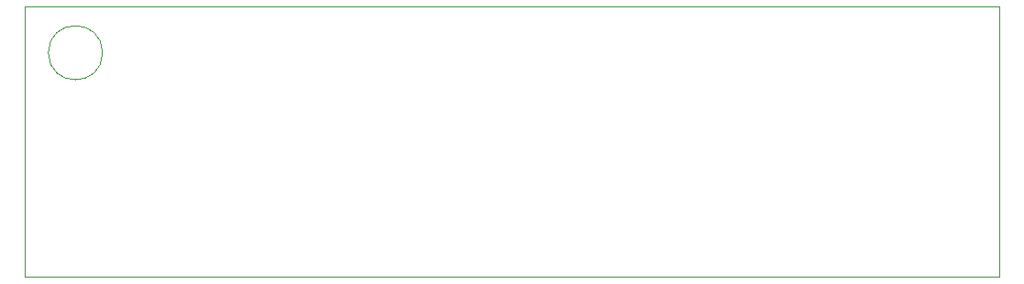
<source format=gbr>
%TF.GenerationSoftware,KiCad,Pcbnew,(6.0.4-0)*%
%TF.CreationDate,2022-05-06T19:30:15-04:00*%
%TF.ProjectId,Remove_Before_Flight,52656d6f-7665-45f4-9265-666f72655f46,v02*%
%TF.SameCoordinates,Original*%
%TF.FileFunction,Profile,NP*%
%FSLAX46Y46*%
G04 Gerber Fmt 4.6, Leading zero omitted, Abs format (unit mm)*
G04 Created by KiCad (PCBNEW (6.0.4-0)) date 2022-05-06 19:30:15*
%MOMM*%
%LPD*%
G01*
G04 APERTURE LIST*
%TA.AperFunction,Profile*%
%ADD10C,0.050000*%
%TD*%
G04 APERTURE END LIST*
D10*
X120000000Y-90000000D02*
X210000000Y-90000000D01*
X120000000Y-90000000D02*
X120000000Y-115000000D01*
X120000000Y-115000000D02*
X210000000Y-115000000D01*
X127192285Y-94279883D02*
G75*
G03*
X127192285Y-94279883I-2500000J0D01*
G01*
X210000000Y-90000000D02*
X210000000Y-115000000D01*
M02*

</source>
